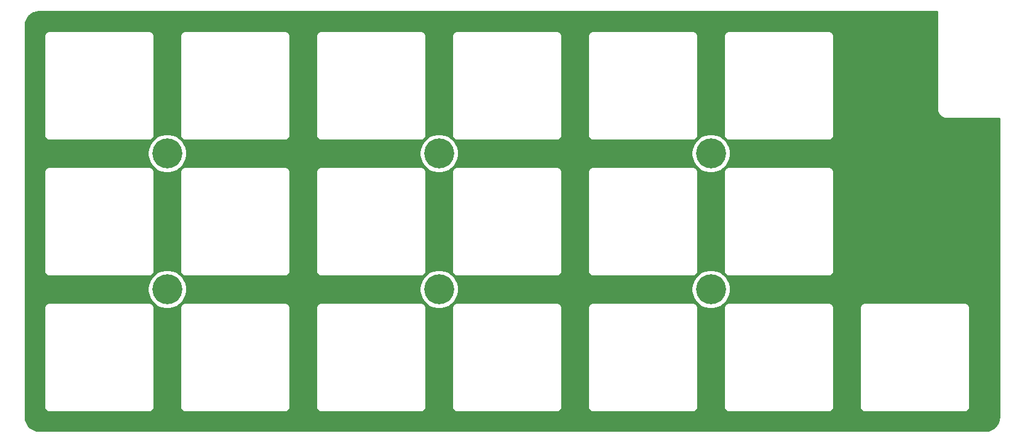
<source format=gbr>
G04 #@! TF.GenerationSoftware,KiCad,Pcbnew,(5.1.7)-1*
G04 #@! TF.CreationDate,2021-01-25T07:51:01+09:00*
G04 #@! TF.ProjectId,pisces_top_plate,70697363-6573-45f7-946f-705f706c6174,rev?*
G04 #@! TF.SameCoordinates,Original*
G04 #@! TF.FileFunction,Copper,L2,Bot*
G04 #@! TF.FilePolarity,Positive*
%FSLAX46Y46*%
G04 Gerber Fmt 4.6, Leading zero omitted, Abs format (unit mm)*
G04 Created by KiCad (PCBNEW (5.1.7)-1) date 2021-01-25 07:51:01*
%MOMM*%
%LPD*%
G01*
G04 APERTURE LIST*
G04 #@! TA.AperFunction,ComponentPad*
%ADD10C,4.200000*%
G04 #@! TD*
G04 #@! TA.AperFunction,NonConductor*
%ADD11C,0.254000*%
G04 #@! TD*
G04 #@! TA.AperFunction,NonConductor*
%ADD12C,0.100000*%
G04 #@! TD*
G04 APERTURE END LIST*
D10*
X135725000Y-78575000D03*
X97625000Y-78575000D03*
X135725000Y-59525000D03*
X97625000Y-59525000D03*
X59525000Y-78575000D03*
X59525000Y-59525000D03*
D11*
X167424013Y-39649666D02*
X167424500Y-39654301D01*
X167424501Y-53372419D01*
X167427258Y-53400410D01*
X167427231Y-53404255D01*
X167428131Y-53413426D01*
X167441086Y-53536677D01*
X167453115Y-53595274D01*
X167464322Y-53654028D01*
X167466986Y-53662850D01*
X167503633Y-53781238D01*
X167526808Y-53836368D01*
X167549222Y-53891847D01*
X167553549Y-53899983D01*
X167612492Y-54008998D01*
X167645937Y-54058582D01*
X167678697Y-54108645D01*
X167684522Y-54115786D01*
X167763518Y-54211276D01*
X167805967Y-54253430D01*
X167847815Y-54296165D01*
X167854916Y-54302039D01*
X167950955Y-54380367D01*
X168000781Y-54413472D01*
X168050138Y-54447267D01*
X168058244Y-54451650D01*
X168167667Y-54509832D01*
X168222959Y-54532621D01*
X168277955Y-54556193D01*
X168286758Y-54558918D01*
X168405399Y-54594737D01*
X168464083Y-54606357D01*
X168522594Y-54618794D01*
X168531750Y-54619756D01*
X168531755Y-54619757D01*
X168531759Y-54619757D01*
X168655097Y-54631850D01*
X168655098Y-54631850D01*
X168687081Y-54635000D01*
X176116725Y-54635000D01*
X176123513Y-54635666D01*
X176124001Y-54640310D01*
X176124000Y-96487721D01*
X176085091Y-96884545D01*
X175979220Y-97235206D01*
X175807257Y-97558623D01*
X175575748Y-97842482D01*
X175293514Y-98075965D01*
X174971304Y-98250184D01*
X174621385Y-98358502D01*
X174226557Y-98400000D01*
X41561279Y-98400000D01*
X41164455Y-98361091D01*
X40813794Y-98255220D01*
X40490377Y-98083257D01*
X40206518Y-97851748D01*
X39973035Y-97569514D01*
X39798816Y-97247304D01*
X39690498Y-96897385D01*
X39649000Y-96502557D01*
X39649000Y-81123700D01*
X42301136Y-81123700D01*
X42304451Y-81157357D01*
X42304450Y-95089513D01*
X42301136Y-95123160D01*
X42314362Y-95257443D01*
X42353531Y-95386566D01*
X42417138Y-95505567D01*
X42502739Y-95609871D01*
X42607043Y-95695472D01*
X42726044Y-95759079D01*
X42855167Y-95798248D01*
X42989450Y-95811474D01*
X43023097Y-95808160D01*
X56955353Y-95808160D01*
X56989000Y-95811474D01*
X57123283Y-95798248D01*
X57252406Y-95759079D01*
X57371407Y-95695472D01*
X57475711Y-95609871D01*
X57561312Y-95505567D01*
X57624919Y-95386566D01*
X57664088Y-95257443D01*
X57674000Y-95156807D01*
X57674000Y-95156806D01*
X57677314Y-95123160D01*
X57674000Y-95089513D01*
X57674000Y-81157347D01*
X57677314Y-81123700D01*
X57664088Y-80989417D01*
X57624919Y-80860294D01*
X57561312Y-80741293D01*
X57475711Y-80636989D01*
X57371407Y-80551388D01*
X57252406Y-80487781D01*
X57123283Y-80448612D01*
X57022647Y-80438700D01*
X56989000Y-80435386D01*
X56955353Y-80438700D01*
X43023097Y-80438700D01*
X42989450Y-80435386D01*
X42955803Y-80438700D01*
X42855167Y-80448612D01*
X42726044Y-80487781D01*
X42607043Y-80551388D01*
X42502739Y-80636989D01*
X42417138Y-80741293D01*
X42353531Y-80860294D01*
X42314362Y-80989417D01*
X42301136Y-81123700D01*
X39649000Y-81123700D01*
X39649000Y-78305626D01*
X56790000Y-78305626D01*
X56790000Y-78844374D01*
X56895105Y-79372770D01*
X57101275Y-79870508D01*
X57400587Y-80318461D01*
X57781539Y-80699413D01*
X58229492Y-80998725D01*
X58727230Y-81204895D01*
X59255626Y-81310000D01*
X59794374Y-81310000D01*
X60322770Y-81204895D01*
X60518791Y-81123700D01*
X61351186Y-81123700D01*
X61354501Y-81157357D01*
X61354500Y-95089513D01*
X61351186Y-95123160D01*
X61364412Y-95257443D01*
X61403581Y-95386566D01*
X61467188Y-95505567D01*
X61552789Y-95609871D01*
X61657093Y-95695472D01*
X61776094Y-95759079D01*
X61905217Y-95798248D01*
X62039500Y-95811474D01*
X62073147Y-95808160D01*
X76005153Y-95808160D01*
X76038800Y-95811474D01*
X76173083Y-95798248D01*
X76302206Y-95759079D01*
X76421207Y-95695472D01*
X76525511Y-95609871D01*
X76611112Y-95505567D01*
X76674719Y-95386566D01*
X76713888Y-95257443D01*
X76723800Y-95156807D01*
X76723800Y-95156806D01*
X76727114Y-95123160D01*
X76723800Y-95089513D01*
X76723800Y-81157347D01*
X76727114Y-81123700D01*
X80401186Y-81123700D01*
X80404501Y-81157357D01*
X80404500Y-95089513D01*
X80401186Y-95123160D01*
X80414412Y-95257443D01*
X80453581Y-95386566D01*
X80517188Y-95505567D01*
X80602789Y-95609871D01*
X80707093Y-95695472D01*
X80826094Y-95759079D01*
X80955217Y-95798248D01*
X81089500Y-95811474D01*
X81123147Y-95808160D01*
X95055153Y-95808160D01*
X95088800Y-95811474D01*
X95223083Y-95798248D01*
X95352206Y-95759079D01*
X95471207Y-95695472D01*
X95575511Y-95609871D01*
X95661112Y-95505567D01*
X95724719Y-95386566D01*
X95763888Y-95257443D01*
X95773800Y-95156807D01*
X95773800Y-95156806D01*
X95777114Y-95123160D01*
X95773800Y-95089513D01*
X95773800Y-81157347D01*
X95777114Y-81123700D01*
X95763888Y-80989417D01*
X95724719Y-80860294D01*
X95661112Y-80741293D01*
X95575511Y-80636989D01*
X95471207Y-80551388D01*
X95352206Y-80487781D01*
X95223083Y-80448612D01*
X95122447Y-80438700D01*
X95088800Y-80435386D01*
X95055153Y-80438700D01*
X81123147Y-80438700D01*
X81089500Y-80435386D01*
X81055853Y-80438700D01*
X80955217Y-80448612D01*
X80826094Y-80487781D01*
X80707093Y-80551388D01*
X80602789Y-80636989D01*
X80517188Y-80741293D01*
X80453581Y-80860294D01*
X80414412Y-80989417D01*
X80401186Y-81123700D01*
X76727114Y-81123700D01*
X76713888Y-80989417D01*
X76674719Y-80860294D01*
X76611112Y-80741293D01*
X76525511Y-80636989D01*
X76421207Y-80551388D01*
X76302206Y-80487781D01*
X76173083Y-80448612D01*
X76072447Y-80438700D01*
X76038800Y-80435386D01*
X76005153Y-80438700D01*
X62073147Y-80438700D01*
X62039500Y-80435386D01*
X62005853Y-80438700D01*
X61905217Y-80448612D01*
X61776094Y-80487781D01*
X61657093Y-80551388D01*
X61552789Y-80636989D01*
X61467188Y-80741293D01*
X61403581Y-80860294D01*
X61364412Y-80989417D01*
X61351186Y-81123700D01*
X60518791Y-81123700D01*
X60820508Y-80998725D01*
X61268461Y-80699413D01*
X61649413Y-80318461D01*
X61948725Y-79870508D01*
X62154895Y-79372770D01*
X62260000Y-78844374D01*
X62260000Y-78305626D01*
X94890000Y-78305626D01*
X94890000Y-78844374D01*
X94995105Y-79372770D01*
X95201275Y-79870508D01*
X95500587Y-80318461D01*
X95881539Y-80699413D01*
X96329492Y-80998725D01*
X96827230Y-81204895D01*
X97355626Y-81310000D01*
X97894374Y-81310000D01*
X98422770Y-81204895D01*
X98618791Y-81123700D01*
X99451186Y-81123700D01*
X99454501Y-81157357D01*
X99454500Y-95089513D01*
X99451186Y-95123160D01*
X99464412Y-95257443D01*
X99503581Y-95386566D01*
X99567188Y-95505567D01*
X99652789Y-95609871D01*
X99757093Y-95695472D01*
X99876094Y-95759079D01*
X100005217Y-95798248D01*
X100139500Y-95811474D01*
X100173147Y-95808160D01*
X114105153Y-95808160D01*
X114138800Y-95811474D01*
X114273083Y-95798248D01*
X114402206Y-95759079D01*
X114521207Y-95695472D01*
X114625511Y-95609871D01*
X114711112Y-95505567D01*
X114774719Y-95386566D01*
X114813888Y-95257443D01*
X114823800Y-95156807D01*
X114823800Y-95156806D01*
X114827114Y-95123160D01*
X114823800Y-95089513D01*
X114823800Y-81157347D01*
X114827114Y-81123700D01*
X118501186Y-81123700D01*
X118504501Y-81157357D01*
X118504500Y-95089513D01*
X118501186Y-95123160D01*
X118514412Y-95257443D01*
X118553581Y-95386566D01*
X118617188Y-95505567D01*
X118702789Y-95609871D01*
X118807093Y-95695472D01*
X118926094Y-95759079D01*
X119055217Y-95798248D01*
X119189500Y-95811474D01*
X119223147Y-95808160D01*
X133155153Y-95808160D01*
X133188800Y-95811474D01*
X133323083Y-95798248D01*
X133452206Y-95759079D01*
X133571207Y-95695472D01*
X133675511Y-95609871D01*
X133761112Y-95505567D01*
X133824719Y-95386566D01*
X133863888Y-95257443D01*
X133873800Y-95156807D01*
X133873800Y-95156806D01*
X133877114Y-95123160D01*
X133873800Y-95089513D01*
X133873800Y-81157347D01*
X133877114Y-81123700D01*
X133863888Y-80989417D01*
X133824719Y-80860294D01*
X133761112Y-80741293D01*
X133675511Y-80636989D01*
X133571207Y-80551388D01*
X133452206Y-80487781D01*
X133323083Y-80448612D01*
X133222447Y-80438700D01*
X133188800Y-80435386D01*
X133155153Y-80438700D01*
X119223147Y-80438700D01*
X119189500Y-80435386D01*
X119155853Y-80438700D01*
X119055217Y-80448612D01*
X118926094Y-80487781D01*
X118807093Y-80551388D01*
X118702789Y-80636989D01*
X118617188Y-80741293D01*
X118553581Y-80860294D01*
X118514412Y-80989417D01*
X118501186Y-81123700D01*
X114827114Y-81123700D01*
X114813888Y-80989417D01*
X114774719Y-80860294D01*
X114711112Y-80741293D01*
X114625511Y-80636989D01*
X114521207Y-80551388D01*
X114402206Y-80487781D01*
X114273083Y-80448612D01*
X114172447Y-80438700D01*
X114138800Y-80435386D01*
X114105153Y-80438700D01*
X100173147Y-80438700D01*
X100139500Y-80435386D01*
X100105853Y-80438700D01*
X100005217Y-80448612D01*
X99876094Y-80487781D01*
X99757093Y-80551388D01*
X99652789Y-80636989D01*
X99567188Y-80741293D01*
X99503581Y-80860294D01*
X99464412Y-80989417D01*
X99451186Y-81123700D01*
X98618791Y-81123700D01*
X98920508Y-80998725D01*
X99368461Y-80699413D01*
X99749413Y-80318461D01*
X100048725Y-79870508D01*
X100254895Y-79372770D01*
X100360000Y-78844374D01*
X100360000Y-78305626D01*
X132990000Y-78305626D01*
X132990000Y-78844374D01*
X133095105Y-79372770D01*
X133301275Y-79870508D01*
X133600587Y-80318461D01*
X133981539Y-80699413D01*
X134429492Y-80998725D01*
X134927230Y-81204895D01*
X135455626Y-81310000D01*
X135994374Y-81310000D01*
X136522770Y-81204895D01*
X136718791Y-81123700D01*
X137549786Y-81123700D01*
X137553101Y-81157357D01*
X137553100Y-95089513D01*
X137549786Y-95123160D01*
X137563012Y-95257443D01*
X137602181Y-95386566D01*
X137665788Y-95505567D01*
X137751389Y-95609871D01*
X137855693Y-95695472D01*
X137974694Y-95759079D01*
X138103817Y-95798248D01*
X138238100Y-95811474D01*
X138271747Y-95808160D01*
X152205153Y-95808160D01*
X152238800Y-95811474D01*
X152373083Y-95798248D01*
X152502206Y-95759079D01*
X152621207Y-95695472D01*
X152725511Y-95609871D01*
X152811112Y-95505567D01*
X152874719Y-95386566D01*
X152913888Y-95257443D01*
X152923800Y-95156807D01*
X152923800Y-95156806D01*
X152927114Y-95123160D01*
X152923800Y-95089513D01*
X152923800Y-81157347D01*
X152927114Y-81123700D01*
X156599486Y-81123700D01*
X156602801Y-81157357D01*
X156602800Y-95089513D01*
X156599486Y-95123160D01*
X156612712Y-95257443D01*
X156651881Y-95386566D01*
X156715488Y-95505567D01*
X156801089Y-95609871D01*
X156905393Y-95695472D01*
X157024394Y-95759079D01*
X157153517Y-95798248D01*
X157287800Y-95811474D01*
X157321447Y-95808160D01*
X171255153Y-95808160D01*
X171288800Y-95811474D01*
X171423083Y-95798248D01*
X171552206Y-95759079D01*
X171671207Y-95695472D01*
X171775511Y-95609871D01*
X171861112Y-95505567D01*
X171924719Y-95386566D01*
X171963888Y-95257443D01*
X171973800Y-95156807D01*
X171973800Y-95156806D01*
X171977114Y-95123160D01*
X171973800Y-95089513D01*
X171973800Y-81157347D01*
X171977114Y-81123700D01*
X171963888Y-80989417D01*
X171924719Y-80860294D01*
X171861112Y-80741293D01*
X171775511Y-80636989D01*
X171671207Y-80551388D01*
X171552206Y-80487781D01*
X171423083Y-80448612D01*
X171322447Y-80438700D01*
X171288800Y-80435386D01*
X171255153Y-80438700D01*
X157321447Y-80438700D01*
X157287800Y-80435386D01*
X157254153Y-80438700D01*
X157153517Y-80448612D01*
X157024394Y-80487781D01*
X156905393Y-80551388D01*
X156801089Y-80636989D01*
X156715488Y-80741293D01*
X156651881Y-80860294D01*
X156612712Y-80989417D01*
X156599486Y-81123700D01*
X152927114Y-81123700D01*
X152913888Y-80989417D01*
X152874719Y-80860294D01*
X152811112Y-80741293D01*
X152725511Y-80636989D01*
X152621207Y-80551388D01*
X152502206Y-80487781D01*
X152373083Y-80448612D01*
X152272447Y-80438700D01*
X152238800Y-80435386D01*
X152205153Y-80438700D01*
X138271747Y-80438700D01*
X138238100Y-80435386D01*
X138204453Y-80438700D01*
X138103817Y-80448612D01*
X137974694Y-80487781D01*
X137855693Y-80551388D01*
X137751389Y-80636989D01*
X137665788Y-80741293D01*
X137602181Y-80860294D01*
X137563012Y-80989417D01*
X137549786Y-81123700D01*
X136718791Y-81123700D01*
X137020508Y-80998725D01*
X137468461Y-80699413D01*
X137849413Y-80318461D01*
X138148725Y-79870508D01*
X138354895Y-79372770D01*
X138460000Y-78844374D01*
X138460000Y-78305626D01*
X138354895Y-77777230D01*
X138148725Y-77279492D01*
X137849413Y-76831539D01*
X137468461Y-76450587D01*
X137020508Y-76151275D01*
X136522770Y-75945105D01*
X135994374Y-75840000D01*
X135455626Y-75840000D01*
X134927230Y-75945105D01*
X134429492Y-76151275D01*
X133981539Y-76450587D01*
X133600587Y-76831539D01*
X133301275Y-77279492D01*
X133095105Y-77777230D01*
X132990000Y-78305626D01*
X100360000Y-78305626D01*
X100254895Y-77777230D01*
X100048725Y-77279492D01*
X99749413Y-76831539D01*
X99368461Y-76450587D01*
X98920508Y-76151275D01*
X98422770Y-75945105D01*
X97894374Y-75840000D01*
X97355626Y-75840000D01*
X96827230Y-75945105D01*
X96329492Y-76151275D01*
X95881539Y-76450587D01*
X95500587Y-76831539D01*
X95201275Y-77279492D01*
X94995105Y-77777230D01*
X94890000Y-78305626D01*
X62260000Y-78305626D01*
X62154895Y-77777230D01*
X61948725Y-77279492D01*
X61649413Y-76831539D01*
X61268461Y-76450587D01*
X60820508Y-76151275D01*
X60322770Y-75945105D01*
X59794374Y-75840000D01*
X59255626Y-75840000D01*
X58727230Y-75945105D01*
X58229492Y-76151275D01*
X57781539Y-76450587D01*
X57400587Y-76831539D01*
X57101275Y-77279492D01*
X56895105Y-77777230D01*
X56790000Y-78305626D01*
X39649000Y-78305626D01*
X39649000Y-62073800D01*
X42301136Y-62073800D01*
X42304451Y-62107457D01*
X42304450Y-76039553D01*
X42301136Y-76073200D01*
X42314362Y-76207483D01*
X42353531Y-76336606D01*
X42417138Y-76455607D01*
X42502739Y-76559911D01*
X42607043Y-76645512D01*
X42726044Y-76709119D01*
X42855167Y-76748288D01*
X42989450Y-76761514D01*
X43023097Y-76758200D01*
X56955353Y-76758200D01*
X56989000Y-76761514D01*
X57123283Y-76748288D01*
X57252406Y-76709119D01*
X57371407Y-76645512D01*
X57475711Y-76559911D01*
X57561312Y-76455607D01*
X57624919Y-76336606D01*
X57664088Y-76207483D01*
X57674000Y-76106847D01*
X57674000Y-76106846D01*
X57677314Y-76073200D01*
X57674000Y-76039553D01*
X57674000Y-62107447D01*
X57677314Y-62073800D01*
X57664088Y-61939517D01*
X57624919Y-61810394D01*
X57561312Y-61691393D01*
X57475711Y-61587089D01*
X57371407Y-61501488D01*
X57252406Y-61437881D01*
X57123283Y-61398712D01*
X57022647Y-61388800D01*
X56989000Y-61385486D01*
X56955353Y-61388800D01*
X43023097Y-61388800D01*
X42989450Y-61385486D01*
X42955803Y-61388800D01*
X42855167Y-61398712D01*
X42726044Y-61437881D01*
X42607043Y-61501488D01*
X42502739Y-61587089D01*
X42417138Y-61691393D01*
X42353531Y-61810394D01*
X42314362Y-61939517D01*
X42301136Y-62073800D01*
X39649000Y-62073800D01*
X39649000Y-59255626D01*
X56790000Y-59255626D01*
X56790000Y-59794374D01*
X56895105Y-60322770D01*
X57101275Y-60820508D01*
X57400587Y-61268461D01*
X57781539Y-61649413D01*
X58229492Y-61948725D01*
X58727230Y-62154895D01*
X59255626Y-62260000D01*
X59794374Y-62260000D01*
X60322770Y-62154895D01*
X60518550Y-62073800D01*
X61351186Y-62073800D01*
X61354501Y-62107457D01*
X61354500Y-76039553D01*
X61351186Y-76073200D01*
X61364412Y-76207483D01*
X61403581Y-76336606D01*
X61467188Y-76455607D01*
X61552789Y-76559911D01*
X61657093Y-76645512D01*
X61776094Y-76709119D01*
X61905217Y-76748288D01*
X62039500Y-76761514D01*
X62073147Y-76758200D01*
X76005153Y-76758200D01*
X76038800Y-76761514D01*
X76173083Y-76748288D01*
X76302206Y-76709119D01*
X76421207Y-76645512D01*
X76525511Y-76559911D01*
X76611112Y-76455607D01*
X76674719Y-76336606D01*
X76713888Y-76207483D01*
X76723800Y-76106847D01*
X76723800Y-76106846D01*
X76727114Y-76073200D01*
X76723800Y-76039553D01*
X76723800Y-62107447D01*
X76727114Y-62073800D01*
X80401186Y-62073800D01*
X80404501Y-62107457D01*
X80404500Y-76039553D01*
X80401186Y-76073200D01*
X80414412Y-76207483D01*
X80453581Y-76336606D01*
X80517188Y-76455607D01*
X80602789Y-76559911D01*
X80707093Y-76645512D01*
X80826094Y-76709119D01*
X80955217Y-76748288D01*
X81089500Y-76761514D01*
X81123147Y-76758200D01*
X95055153Y-76758200D01*
X95088800Y-76761514D01*
X95223083Y-76748288D01*
X95352206Y-76709119D01*
X95471207Y-76645512D01*
X95575511Y-76559911D01*
X95661112Y-76455607D01*
X95724719Y-76336606D01*
X95763888Y-76207483D01*
X95773800Y-76106847D01*
X95773800Y-76106846D01*
X95777114Y-76073200D01*
X95773800Y-76039553D01*
X95773800Y-62107447D01*
X95777114Y-62073800D01*
X95763888Y-61939517D01*
X95724719Y-61810394D01*
X95661112Y-61691393D01*
X95575511Y-61587089D01*
X95471207Y-61501488D01*
X95352206Y-61437881D01*
X95223083Y-61398712D01*
X95122447Y-61388800D01*
X95088800Y-61385486D01*
X95055153Y-61388800D01*
X81123147Y-61388800D01*
X81089500Y-61385486D01*
X81055853Y-61388800D01*
X80955217Y-61398712D01*
X80826094Y-61437881D01*
X80707093Y-61501488D01*
X80602789Y-61587089D01*
X80517188Y-61691393D01*
X80453581Y-61810394D01*
X80414412Y-61939517D01*
X80401186Y-62073800D01*
X76727114Y-62073800D01*
X76713888Y-61939517D01*
X76674719Y-61810394D01*
X76611112Y-61691393D01*
X76525511Y-61587089D01*
X76421207Y-61501488D01*
X76302206Y-61437881D01*
X76173083Y-61398712D01*
X76072447Y-61388800D01*
X76038800Y-61385486D01*
X76005153Y-61388800D01*
X62073147Y-61388800D01*
X62039500Y-61385486D01*
X62005853Y-61388800D01*
X61905217Y-61398712D01*
X61776094Y-61437881D01*
X61657093Y-61501488D01*
X61552789Y-61587089D01*
X61467188Y-61691393D01*
X61403581Y-61810394D01*
X61364412Y-61939517D01*
X61351186Y-62073800D01*
X60518550Y-62073800D01*
X60820508Y-61948725D01*
X61268461Y-61649413D01*
X61649413Y-61268461D01*
X61948725Y-60820508D01*
X62154895Y-60322770D01*
X62260000Y-59794374D01*
X62260000Y-59255626D01*
X94890000Y-59255626D01*
X94890000Y-59794374D01*
X94995105Y-60322770D01*
X95201275Y-60820508D01*
X95500587Y-61268461D01*
X95881539Y-61649413D01*
X96329492Y-61948725D01*
X96827230Y-62154895D01*
X97355626Y-62260000D01*
X97894374Y-62260000D01*
X98422770Y-62154895D01*
X98618550Y-62073800D01*
X99451186Y-62073800D01*
X99454501Y-62107457D01*
X99454500Y-76039553D01*
X99451186Y-76073200D01*
X99464412Y-76207483D01*
X99503581Y-76336606D01*
X99567188Y-76455607D01*
X99652789Y-76559911D01*
X99757093Y-76645512D01*
X99876094Y-76709119D01*
X100005217Y-76748288D01*
X100139500Y-76761514D01*
X100173147Y-76758200D01*
X114105153Y-76758200D01*
X114138800Y-76761514D01*
X114273083Y-76748288D01*
X114402206Y-76709119D01*
X114521207Y-76645512D01*
X114625511Y-76559911D01*
X114711112Y-76455607D01*
X114774719Y-76336606D01*
X114813888Y-76207483D01*
X114823800Y-76106847D01*
X114823800Y-76106846D01*
X114827114Y-76073200D01*
X114823800Y-76039553D01*
X114823800Y-62107447D01*
X114827114Y-62073800D01*
X118501186Y-62073800D01*
X118504501Y-62107457D01*
X118504500Y-76039553D01*
X118501186Y-76073200D01*
X118514412Y-76207483D01*
X118553581Y-76336606D01*
X118617188Y-76455607D01*
X118702789Y-76559911D01*
X118807093Y-76645512D01*
X118926094Y-76709119D01*
X119055217Y-76748288D01*
X119189500Y-76761514D01*
X119223147Y-76758200D01*
X133155153Y-76758200D01*
X133188800Y-76761514D01*
X133323083Y-76748288D01*
X133452206Y-76709119D01*
X133571207Y-76645512D01*
X133675511Y-76559911D01*
X133761112Y-76455607D01*
X133824719Y-76336606D01*
X133863888Y-76207483D01*
X133873800Y-76106847D01*
X133873800Y-76106846D01*
X133877114Y-76073200D01*
X133873800Y-76039553D01*
X133873800Y-62107447D01*
X133877114Y-62073800D01*
X133863888Y-61939517D01*
X133824719Y-61810394D01*
X133761112Y-61691393D01*
X133675511Y-61587089D01*
X133571207Y-61501488D01*
X133452206Y-61437881D01*
X133323083Y-61398712D01*
X133222447Y-61388800D01*
X133188800Y-61385486D01*
X133155153Y-61388800D01*
X119223147Y-61388800D01*
X119189500Y-61385486D01*
X119155853Y-61388800D01*
X119055217Y-61398712D01*
X118926094Y-61437881D01*
X118807093Y-61501488D01*
X118702789Y-61587089D01*
X118617188Y-61691393D01*
X118553581Y-61810394D01*
X118514412Y-61939517D01*
X118501186Y-62073800D01*
X114827114Y-62073800D01*
X114813888Y-61939517D01*
X114774719Y-61810394D01*
X114711112Y-61691393D01*
X114625511Y-61587089D01*
X114521207Y-61501488D01*
X114402206Y-61437881D01*
X114273083Y-61398712D01*
X114172447Y-61388800D01*
X114138800Y-61385486D01*
X114105153Y-61388800D01*
X100173147Y-61388800D01*
X100139500Y-61385486D01*
X100105853Y-61388800D01*
X100005217Y-61398712D01*
X99876094Y-61437881D01*
X99757093Y-61501488D01*
X99652789Y-61587089D01*
X99567188Y-61691393D01*
X99503581Y-61810394D01*
X99464412Y-61939517D01*
X99451186Y-62073800D01*
X98618550Y-62073800D01*
X98920508Y-61948725D01*
X99368461Y-61649413D01*
X99749413Y-61268461D01*
X100048725Y-60820508D01*
X100254895Y-60322770D01*
X100360000Y-59794374D01*
X100360000Y-59255626D01*
X132990000Y-59255626D01*
X132990000Y-59794374D01*
X133095105Y-60322770D01*
X133301275Y-60820508D01*
X133600587Y-61268461D01*
X133981539Y-61649413D01*
X134429492Y-61948725D01*
X134927230Y-62154895D01*
X135455626Y-62260000D01*
X135994374Y-62260000D01*
X136522770Y-62154895D01*
X136718550Y-62073800D01*
X137549786Y-62073800D01*
X137553101Y-62107457D01*
X137553100Y-76039553D01*
X137549786Y-76073200D01*
X137563012Y-76207483D01*
X137602181Y-76336606D01*
X137665788Y-76455607D01*
X137751389Y-76559911D01*
X137855693Y-76645512D01*
X137974694Y-76709119D01*
X138103817Y-76748288D01*
X138238100Y-76761514D01*
X138271747Y-76758200D01*
X152205153Y-76758200D01*
X152238800Y-76761514D01*
X152373083Y-76748288D01*
X152502206Y-76709119D01*
X152621207Y-76645512D01*
X152725511Y-76559911D01*
X152811112Y-76455607D01*
X152874719Y-76336606D01*
X152913888Y-76207483D01*
X152923800Y-76106847D01*
X152923800Y-76106846D01*
X152927114Y-76073200D01*
X152923800Y-76039553D01*
X152923800Y-62107447D01*
X152927114Y-62073800D01*
X152913888Y-61939517D01*
X152874719Y-61810394D01*
X152811112Y-61691393D01*
X152725511Y-61587089D01*
X152621207Y-61501488D01*
X152502206Y-61437881D01*
X152373083Y-61398712D01*
X152272447Y-61388800D01*
X152238800Y-61385486D01*
X152205153Y-61388800D01*
X138271747Y-61388800D01*
X138238100Y-61385486D01*
X138204453Y-61388800D01*
X138103817Y-61398712D01*
X137974694Y-61437881D01*
X137855693Y-61501488D01*
X137751389Y-61587089D01*
X137665788Y-61691393D01*
X137602181Y-61810394D01*
X137563012Y-61939517D01*
X137549786Y-62073800D01*
X136718550Y-62073800D01*
X137020508Y-61948725D01*
X137468461Y-61649413D01*
X137849413Y-61268461D01*
X138148725Y-60820508D01*
X138354895Y-60322770D01*
X138460000Y-59794374D01*
X138460000Y-59255626D01*
X138354895Y-58727230D01*
X138148725Y-58229492D01*
X137849413Y-57781539D01*
X137468461Y-57400587D01*
X137020508Y-57101275D01*
X136522770Y-56895105D01*
X135994374Y-56790000D01*
X135455626Y-56790000D01*
X134927230Y-56895105D01*
X134429492Y-57101275D01*
X133981539Y-57400587D01*
X133600587Y-57781539D01*
X133301275Y-58229492D01*
X133095105Y-58727230D01*
X132990000Y-59255626D01*
X100360000Y-59255626D01*
X100254895Y-58727230D01*
X100048725Y-58229492D01*
X99749413Y-57781539D01*
X99368461Y-57400587D01*
X98920508Y-57101275D01*
X98422770Y-56895105D01*
X97894374Y-56790000D01*
X97355626Y-56790000D01*
X96827230Y-56895105D01*
X96329492Y-57101275D01*
X95881539Y-57400587D01*
X95500587Y-57781539D01*
X95201275Y-58229492D01*
X94995105Y-58727230D01*
X94890000Y-59255626D01*
X62260000Y-59255626D01*
X62154895Y-58727230D01*
X61948725Y-58229492D01*
X61649413Y-57781539D01*
X61268461Y-57400587D01*
X60820508Y-57101275D01*
X60322770Y-56895105D01*
X59794374Y-56790000D01*
X59255626Y-56790000D01*
X58727230Y-56895105D01*
X58229492Y-57101275D01*
X57781539Y-57400587D01*
X57400587Y-57781539D01*
X57101275Y-58229492D01*
X56895105Y-58727230D01*
X56790000Y-59255626D01*
X39649000Y-59255626D01*
X39649000Y-43023700D01*
X42301136Y-43023700D01*
X42304451Y-43057357D01*
X42304450Y-56989353D01*
X42301136Y-57023000D01*
X42314362Y-57157283D01*
X42353531Y-57286406D01*
X42417138Y-57405407D01*
X42502739Y-57509711D01*
X42607043Y-57595312D01*
X42726044Y-57658919D01*
X42855167Y-57698088D01*
X42989450Y-57711314D01*
X43023097Y-57708000D01*
X56955353Y-57708000D01*
X56989000Y-57711314D01*
X57123283Y-57698088D01*
X57252406Y-57658919D01*
X57371407Y-57595312D01*
X57475711Y-57509711D01*
X57561312Y-57405407D01*
X57624919Y-57286406D01*
X57664088Y-57157283D01*
X57674000Y-57056647D01*
X57674000Y-57056646D01*
X57677314Y-57023000D01*
X57674000Y-56989353D01*
X57674000Y-43057347D01*
X57677314Y-43023700D01*
X61351186Y-43023700D01*
X61354501Y-43057357D01*
X61354500Y-56989353D01*
X61351186Y-57023000D01*
X61364412Y-57157283D01*
X61403581Y-57286406D01*
X61467188Y-57405407D01*
X61552789Y-57509711D01*
X61657093Y-57595312D01*
X61776094Y-57658919D01*
X61905217Y-57698088D01*
X62039500Y-57711314D01*
X62073147Y-57708000D01*
X76005153Y-57708000D01*
X76038800Y-57711314D01*
X76173083Y-57698088D01*
X76302206Y-57658919D01*
X76421207Y-57595312D01*
X76525511Y-57509711D01*
X76611112Y-57405407D01*
X76674719Y-57286406D01*
X76713888Y-57157283D01*
X76723800Y-57056647D01*
X76723800Y-57056646D01*
X76727114Y-57023000D01*
X76723800Y-56989353D01*
X76723800Y-43057347D01*
X76727114Y-43023700D01*
X80401186Y-43023700D01*
X80404501Y-43057357D01*
X80404500Y-56989353D01*
X80401186Y-57023000D01*
X80414412Y-57157283D01*
X80453581Y-57286406D01*
X80517188Y-57405407D01*
X80602789Y-57509711D01*
X80707093Y-57595312D01*
X80826094Y-57658919D01*
X80955217Y-57698088D01*
X81089500Y-57711314D01*
X81123147Y-57708000D01*
X95055153Y-57708000D01*
X95088800Y-57711314D01*
X95223083Y-57698088D01*
X95352206Y-57658919D01*
X95471207Y-57595312D01*
X95575511Y-57509711D01*
X95661112Y-57405407D01*
X95724719Y-57286406D01*
X95763888Y-57157283D01*
X95773800Y-57056647D01*
X95773800Y-57056646D01*
X95777114Y-57023000D01*
X95773800Y-56989353D01*
X95773800Y-43057347D01*
X95777114Y-43023700D01*
X99451186Y-43023700D01*
X99454501Y-43057357D01*
X99454500Y-56989353D01*
X99451186Y-57023000D01*
X99464412Y-57157283D01*
X99503581Y-57286406D01*
X99567188Y-57405407D01*
X99652789Y-57509711D01*
X99757093Y-57595312D01*
X99876094Y-57658919D01*
X100005217Y-57698088D01*
X100139500Y-57711314D01*
X100173147Y-57708000D01*
X114105153Y-57708000D01*
X114138800Y-57711314D01*
X114273083Y-57698088D01*
X114402206Y-57658919D01*
X114521207Y-57595312D01*
X114625511Y-57509711D01*
X114711112Y-57405407D01*
X114774719Y-57286406D01*
X114813888Y-57157283D01*
X114823800Y-57056647D01*
X114823800Y-57056646D01*
X114827114Y-57023000D01*
X114823800Y-56989353D01*
X114823800Y-43057347D01*
X114827114Y-43023700D01*
X118501186Y-43023700D01*
X118504501Y-43057357D01*
X118504500Y-56989353D01*
X118501186Y-57023000D01*
X118514412Y-57157283D01*
X118553581Y-57286406D01*
X118617188Y-57405407D01*
X118702789Y-57509711D01*
X118807093Y-57595312D01*
X118926094Y-57658919D01*
X119055217Y-57698088D01*
X119189500Y-57711314D01*
X119223147Y-57708000D01*
X133155153Y-57708000D01*
X133188800Y-57711314D01*
X133323083Y-57698088D01*
X133452206Y-57658919D01*
X133571207Y-57595312D01*
X133675511Y-57509711D01*
X133761112Y-57405407D01*
X133824719Y-57286406D01*
X133863888Y-57157283D01*
X133873800Y-57056647D01*
X133873800Y-57056646D01*
X133877114Y-57023000D01*
X133873800Y-56989353D01*
X133873800Y-43057347D01*
X133877114Y-43023700D01*
X137549786Y-43023700D01*
X137553101Y-43057357D01*
X137553100Y-56989353D01*
X137549786Y-57023000D01*
X137563012Y-57157283D01*
X137602181Y-57286406D01*
X137665788Y-57405407D01*
X137751389Y-57509711D01*
X137855693Y-57595312D01*
X137974694Y-57658919D01*
X138103817Y-57698088D01*
X138238100Y-57711314D01*
X138271747Y-57708000D01*
X152205153Y-57708000D01*
X152238800Y-57711314D01*
X152373083Y-57698088D01*
X152502206Y-57658919D01*
X152621207Y-57595312D01*
X152725511Y-57509711D01*
X152811112Y-57405407D01*
X152874719Y-57286406D01*
X152913888Y-57157283D01*
X152923800Y-57056647D01*
X152923800Y-57056646D01*
X152927114Y-57023000D01*
X152923800Y-56989353D01*
X152923800Y-43057347D01*
X152927114Y-43023700D01*
X152913888Y-42889417D01*
X152874719Y-42760294D01*
X152811112Y-42641293D01*
X152725511Y-42536989D01*
X152621207Y-42451388D01*
X152502206Y-42387781D01*
X152373083Y-42348612D01*
X152272447Y-42338700D01*
X152238800Y-42335386D01*
X152205153Y-42338700D01*
X138271747Y-42338700D01*
X138238100Y-42335386D01*
X138204453Y-42338700D01*
X138103817Y-42348612D01*
X137974694Y-42387781D01*
X137855693Y-42451388D01*
X137751389Y-42536989D01*
X137665788Y-42641293D01*
X137602181Y-42760294D01*
X137563012Y-42889417D01*
X137549786Y-43023700D01*
X133877114Y-43023700D01*
X133863888Y-42889417D01*
X133824719Y-42760294D01*
X133761112Y-42641293D01*
X133675511Y-42536989D01*
X133571207Y-42451388D01*
X133452206Y-42387781D01*
X133323083Y-42348612D01*
X133222447Y-42338700D01*
X133188800Y-42335386D01*
X133155153Y-42338700D01*
X119223147Y-42338700D01*
X119189500Y-42335386D01*
X119155853Y-42338700D01*
X119055217Y-42348612D01*
X118926094Y-42387781D01*
X118807093Y-42451388D01*
X118702789Y-42536989D01*
X118617188Y-42641293D01*
X118553581Y-42760294D01*
X118514412Y-42889417D01*
X118501186Y-43023700D01*
X114827114Y-43023700D01*
X114813888Y-42889417D01*
X114774719Y-42760294D01*
X114711112Y-42641293D01*
X114625511Y-42536989D01*
X114521207Y-42451388D01*
X114402206Y-42387781D01*
X114273083Y-42348612D01*
X114172447Y-42338700D01*
X114138800Y-42335386D01*
X114105153Y-42338700D01*
X100173147Y-42338700D01*
X100139500Y-42335386D01*
X100105853Y-42338700D01*
X100005217Y-42348612D01*
X99876094Y-42387781D01*
X99757093Y-42451388D01*
X99652789Y-42536989D01*
X99567188Y-42641293D01*
X99503581Y-42760294D01*
X99464412Y-42889417D01*
X99451186Y-43023700D01*
X95777114Y-43023700D01*
X95763888Y-42889417D01*
X95724719Y-42760294D01*
X95661112Y-42641293D01*
X95575511Y-42536989D01*
X95471207Y-42451388D01*
X95352206Y-42387781D01*
X95223083Y-42348612D01*
X95122447Y-42338700D01*
X95088800Y-42335386D01*
X95055153Y-42338700D01*
X81123147Y-42338700D01*
X81089500Y-42335386D01*
X81055853Y-42338700D01*
X80955217Y-42348612D01*
X80826094Y-42387781D01*
X80707093Y-42451388D01*
X80602789Y-42536989D01*
X80517188Y-42641293D01*
X80453581Y-42760294D01*
X80414412Y-42889417D01*
X80401186Y-43023700D01*
X76727114Y-43023700D01*
X76713888Y-42889417D01*
X76674719Y-42760294D01*
X76611112Y-42641293D01*
X76525511Y-42536989D01*
X76421207Y-42451388D01*
X76302206Y-42387781D01*
X76173083Y-42348612D01*
X76072447Y-42338700D01*
X76038800Y-42335386D01*
X76005153Y-42338700D01*
X62073147Y-42338700D01*
X62039500Y-42335386D01*
X62005853Y-42338700D01*
X61905217Y-42348612D01*
X61776094Y-42387781D01*
X61657093Y-42451388D01*
X61552789Y-42536989D01*
X61467188Y-42641293D01*
X61403581Y-42760294D01*
X61364412Y-42889417D01*
X61351186Y-43023700D01*
X57677314Y-43023700D01*
X57664088Y-42889417D01*
X57624919Y-42760294D01*
X57561312Y-42641293D01*
X57475711Y-42536989D01*
X57371407Y-42451388D01*
X57252406Y-42387781D01*
X57123283Y-42348612D01*
X57022647Y-42338700D01*
X56989000Y-42335386D01*
X56955353Y-42338700D01*
X43023097Y-42338700D01*
X42989450Y-42335386D01*
X42955803Y-42338700D01*
X42855167Y-42348612D01*
X42726044Y-42387781D01*
X42607043Y-42451388D01*
X42502739Y-42536989D01*
X42417138Y-42641293D01*
X42353531Y-42760294D01*
X42314362Y-42889417D01*
X42301136Y-43023700D01*
X39649000Y-43023700D01*
X39649000Y-41561279D01*
X39687909Y-41164455D01*
X39793780Y-40813792D01*
X39965744Y-40490375D01*
X40197254Y-40206516D01*
X40479486Y-39973035D01*
X40801695Y-39798817D01*
X41151614Y-39690498D01*
X41546443Y-39649000D01*
X167417225Y-39649000D01*
X167424013Y-39649666D01*
G04 #@! TA.AperFunction,NonConductor*
D12*
G36*
X167424013Y-39649666D02*
G01*
X167424500Y-39654301D01*
X167424501Y-53372419D01*
X167427258Y-53400410D01*
X167427231Y-53404255D01*
X167428131Y-53413426D01*
X167441086Y-53536677D01*
X167453115Y-53595274D01*
X167464322Y-53654028D01*
X167466986Y-53662850D01*
X167503633Y-53781238D01*
X167526808Y-53836368D01*
X167549222Y-53891847D01*
X167553549Y-53899983D01*
X167612492Y-54008998D01*
X167645937Y-54058582D01*
X167678697Y-54108645D01*
X167684522Y-54115786D01*
X167763518Y-54211276D01*
X167805967Y-54253430D01*
X167847815Y-54296165D01*
X167854916Y-54302039D01*
X167950955Y-54380367D01*
X168000781Y-54413472D01*
X168050138Y-54447267D01*
X168058244Y-54451650D01*
X168167667Y-54509832D01*
X168222959Y-54532621D01*
X168277955Y-54556193D01*
X168286758Y-54558918D01*
X168405399Y-54594737D01*
X168464083Y-54606357D01*
X168522594Y-54618794D01*
X168531750Y-54619756D01*
X168531755Y-54619757D01*
X168531759Y-54619757D01*
X168655097Y-54631850D01*
X168655098Y-54631850D01*
X168687081Y-54635000D01*
X176116725Y-54635000D01*
X176123513Y-54635666D01*
X176124001Y-54640310D01*
X176124000Y-96487721D01*
X176085091Y-96884545D01*
X175979220Y-97235206D01*
X175807257Y-97558623D01*
X175575748Y-97842482D01*
X175293514Y-98075965D01*
X174971304Y-98250184D01*
X174621385Y-98358502D01*
X174226557Y-98400000D01*
X41561279Y-98400000D01*
X41164455Y-98361091D01*
X40813794Y-98255220D01*
X40490377Y-98083257D01*
X40206518Y-97851748D01*
X39973035Y-97569514D01*
X39798816Y-97247304D01*
X39690498Y-96897385D01*
X39649000Y-96502557D01*
X39649000Y-81123700D01*
X42301136Y-81123700D01*
X42304451Y-81157357D01*
X42304450Y-95089513D01*
X42301136Y-95123160D01*
X42314362Y-95257443D01*
X42353531Y-95386566D01*
X42417138Y-95505567D01*
X42502739Y-95609871D01*
X42607043Y-95695472D01*
X42726044Y-95759079D01*
X42855167Y-95798248D01*
X42989450Y-95811474D01*
X43023097Y-95808160D01*
X56955353Y-95808160D01*
X56989000Y-95811474D01*
X57123283Y-95798248D01*
X57252406Y-95759079D01*
X57371407Y-95695472D01*
X57475711Y-95609871D01*
X57561312Y-95505567D01*
X57624919Y-95386566D01*
X57664088Y-95257443D01*
X57674000Y-95156807D01*
X57674000Y-95156806D01*
X57677314Y-95123160D01*
X57674000Y-95089513D01*
X57674000Y-81157347D01*
X57677314Y-81123700D01*
X57664088Y-80989417D01*
X57624919Y-80860294D01*
X57561312Y-80741293D01*
X57475711Y-80636989D01*
X57371407Y-80551388D01*
X57252406Y-80487781D01*
X57123283Y-80448612D01*
X57022647Y-80438700D01*
X56989000Y-80435386D01*
X56955353Y-80438700D01*
X43023097Y-80438700D01*
X42989450Y-80435386D01*
X42955803Y-80438700D01*
X42855167Y-80448612D01*
X42726044Y-80487781D01*
X42607043Y-80551388D01*
X42502739Y-80636989D01*
X42417138Y-80741293D01*
X42353531Y-80860294D01*
X42314362Y-80989417D01*
X42301136Y-81123700D01*
X39649000Y-81123700D01*
X39649000Y-78305626D01*
X56790000Y-78305626D01*
X56790000Y-78844374D01*
X56895105Y-79372770D01*
X57101275Y-79870508D01*
X57400587Y-80318461D01*
X57781539Y-80699413D01*
X58229492Y-80998725D01*
X58727230Y-81204895D01*
X59255626Y-81310000D01*
X59794374Y-81310000D01*
X60322770Y-81204895D01*
X60518791Y-81123700D01*
X61351186Y-81123700D01*
X61354501Y-81157357D01*
X61354500Y-95089513D01*
X61351186Y-95123160D01*
X61364412Y-95257443D01*
X61403581Y-95386566D01*
X61467188Y-95505567D01*
X61552789Y-95609871D01*
X61657093Y-95695472D01*
X61776094Y-95759079D01*
X61905217Y-95798248D01*
X62039500Y-95811474D01*
X62073147Y-95808160D01*
X76005153Y-95808160D01*
X76038800Y-95811474D01*
X76173083Y-95798248D01*
X76302206Y-95759079D01*
X76421207Y-95695472D01*
X76525511Y-95609871D01*
X76611112Y-95505567D01*
X76674719Y-95386566D01*
X76713888Y-95257443D01*
X76723800Y-95156807D01*
X76723800Y-95156806D01*
X76727114Y-95123160D01*
X76723800Y-95089513D01*
X76723800Y-81157347D01*
X76727114Y-81123700D01*
X80401186Y-81123700D01*
X80404501Y-81157357D01*
X80404500Y-95089513D01*
X80401186Y-95123160D01*
X80414412Y-95257443D01*
X80453581Y-95386566D01*
X80517188Y-95505567D01*
X80602789Y-95609871D01*
X80707093Y-95695472D01*
X80826094Y-95759079D01*
X80955217Y-95798248D01*
X81089500Y-95811474D01*
X81123147Y-95808160D01*
X95055153Y-95808160D01*
X95088800Y-95811474D01*
X95223083Y-95798248D01*
X95352206Y-95759079D01*
X95471207Y-95695472D01*
X95575511Y-95609871D01*
X95661112Y-95505567D01*
X95724719Y-95386566D01*
X95763888Y-95257443D01*
X95773800Y-95156807D01*
X95773800Y-95156806D01*
X95777114Y-95123160D01*
X95773800Y-95089513D01*
X95773800Y-81157347D01*
X95777114Y-81123700D01*
X95763888Y-80989417D01*
X95724719Y-80860294D01*
X95661112Y-80741293D01*
X95575511Y-80636989D01*
X95471207Y-80551388D01*
X95352206Y-80487781D01*
X95223083Y-80448612D01*
X95122447Y-80438700D01*
X95088800Y-80435386D01*
X95055153Y-80438700D01*
X81123147Y-80438700D01*
X81089500Y-80435386D01*
X81055853Y-80438700D01*
X80955217Y-80448612D01*
X80826094Y-80487781D01*
X80707093Y-80551388D01*
X80602789Y-80636989D01*
X80517188Y-80741293D01*
X80453581Y-80860294D01*
X80414412Y-80989417D01*
X80401186Y-81123700D01*
X76727114Y-81123700D01*
X76713888Y-80989417D01*
X76674719Y-80860294D01*
X76611112Y-80741293D01*
X76525511Y-80636989D01*
X76421207Y-80551388D01*
X76302206Y-80487781D01*
X76173083Y-80448612D01*
X76072447Y-80438700D01*
X76038800Y-80435386D01*
X76005153Y-80438700D01*
X62073147Y-80438700D01*
X62039500Y-80435386D01*
X62005853Y-80438700D01*
X61905217Y-80448612D01*
X61776094Y-80487781D01*
X61657093Y-80551388D01*
X61552789Y-80636989D01*
X61467188Y-80741293D01*
X61403581Y-80860294D01*
X61364412Y-80989417D01*
X61351186Y-81123700D01*
X60518791Y-81123700D01*
X60820508Y-80998725D01*
X61268461Y-80699413D01*
X61649413Y-80318461D01*
X61948725Y-79870508D01*
X62154895Y-79372770D01*
X62260000Y-78844374D01*
X62260000Y-78305626D01*
X94890000Y-78305626D01*
X94890000Y-78844374D01*
X94995105Y-79372770D01*
X95201275Y-79870508D01*
X95500587Y-80318461D01*
X95881539Y-80699413D01*
X96329492Y-80998725D01*
X96827230Y-81204895D01*
X97355626Y-81310000D01*
X97894374Y-81310000D01*
X98422770Y-81204895D01*
X98618791Y-81123700D01*
X99451186Y-81123700D01*
X99454501Y-81157357D01*
X99454500Y-95089513D01*
X99451186Y-95123160D01*
X99464412Y-95257443D01*
X99503581Y-95386566D01*
X99567188Y-95505567D01*
X99652789Y-95609871D01*
X99757093Y-95695472D01*
X99876094Y-95759079D01*
X100005217Y-95798248D01*
X100139500Y-95811474D01*
X100173147Y-95808160D01*
X114105153Y-95808160D01*
X114138800Y-95811474D01*
X114273083Y-95798248D01*
X114402206Y-95759079D01*
X114521207Y-95695472D01*
X114625511Y-95609871D01*
X114711112Y-95505567D01*
X114774719Y-95386566D01*
X114813888Y-95257443D01*
X114823800Y-95156807D01*
X114823800Y-95156806D01*
X114827114Y-95123160D01*
X114823800Y-95089513D01*
X114823800Y-81157347D01*
X114827114Y-81123700D01*
X118501186Y-81123700D01*
X118504501Y-81157357D01*
X118504500Y-95089513D01*
X118501186Y-95123160D01*
X118514412Y-95257443D01*
X118553581Y-95386566D01*
X118617188Y-95505567D01*
X118702789Y-95609871D01*
X118807093Y-95695472D01*
X118926094Y-95759079D01*
X119055217Y-95798248D01*
X119189500Y-95811474D01*
X119223147Y-95808160D01*
X133155153Y-95808160D01*
X133188800Y-95811474D01*
X133323083Y-95798248D01*
X133452206Y-95759079D01*
X133571207Y-95695472D01*
X133675511Y-95609871D01*
X133761112Y-95505567D01*
X133824719Y-95386566D01*
X133863888Y-95257443D01*
X133873800Y-95156807D01*
X133873800Y-95156806D01*
X133877114Y-95123160D01*
X133873800Y-95089513D01*
X133873800Y-81157347D01*
X133877114Y-81123700D01*
X133863888Y-80989417D01*
X133824719Y-80860294D01*
X133761112Y-80741293D01*
X133675511Y-80636989D01*
X133571207Y-80551388D01*
X133452206Y-80487781D01*
X133323083Y-80448612D01*
X133222447Y-80438700D01*
X133188800Y-80435386D01*
X133155153Y-80438700D01*
X119223147Y-80438700D01*
X119189500Y-80435386D01*
X119155853Y-80438700D01*
X119055217Y-80448612D01*
X118926094Y-80487781D01*
X118807093Y-80551388D01*
X118702789Y-80636989D01*
X118617188Y-80741293D01*
X118553581Y-80860294D01*
X118514412Y-80989417D01*
X118501186Y-81123700D01*
X114827114Y-81123700D01*
X114813888Y-80989417D01*
X114774719Y-80860294D01*
X114711112Y-80741293D01*
X114625511Y-80636989D01*
X114521207Y-80551388D01*
X114402206Y-80487781D01*
X114273083Y-80448612D01*
X114172447Y-80438700D01*
X114138800Y-80435386D01*
X114105153Y-80438700D01*
X100173147Y-80438700D01*
X100139500Y-80435386D01*
X100105853Y-80438700D01*
X100005217Y-80448612D01*
X99876094Y-80487781D01*
X99757093Y-80551388D01*
X99652789Y-80636989D01*
X99567188Y-80741293D01*
X99503581Y-80860294D01*
X99464412Y-80989417D01*
X99451186Y-81123700D01*
X98618791Y-81123700D01*
X98920508Y-80998725D01*
X99368461Y-80699413D01*
X99749413Y-80318461D01*
X100048725Y-79870508D01*
X100254895Y-79372770D01*
X100360000Y-78844374D01*
X100360000Y-78305626D01*
X132990000Y-78305626D01*
X132990000Y-78844374D01*
X133095105Y-79372770D01*
X133301275Y-79870508D01*
X133600587Y-80318461D01*
X133981539Y-80699413D01*
X134429492Y-80998725D01*
X134927230Y-81204895D01*
X135455626Y-81310000D01*
X135994374Y-81310000D01*
X136522770Y-81204895D01*
X136718791Y-81123700D01*
X137549786Y-81123700D01*
X137553101Y-81157357D01*
X137553100Y-95089513D01*
X137549786Y-95123160D01*
X137563012Y-95257443D01*
X137602181Y-95386566D01*
X137665788Y-95505567D01*
X137751389Y-95609871D01*
X137855693Y-95695472D01*
X137974694Y-95759079D01*
X138103817Y-95798248D01*
X138238100Y-95811474D01*
X138271747Y-95808160D01*
X152205153Y-95808160D01*
X152238800Y-95811474D01*
X152373083Y-95798248D01*
X152502206Y-95759079D01*
X152621207Y-95695472D01*
X152725511Y-95609871D01*
X152811112Y-95505567D01*
X152874719Y-95386566D01*
X152913888Y-95257443D01*
X152923800Y-95156807D01*
X152923800Y-95156806D01*
X152927114Y-95123160D01*
X152923800Y-95089513D01*
X152923800Y-81157347D01*
X152927114Y-81123700D01*
X156599486Y-81123700D01*
X156602801Y-81157357D01*
X156602800Y-95089513D01*
X156599486Y-95123160D01*
X156612712Y-95257443D01*
X156651881Y-95386566D01*
X156715488Y-95505567D01*
X156801089Y-95609871D01*
X156905393Y-95695472D01*
X157024394Y-95759079D01*
X157153517Y-95798248D01*
X157287800Y-95811474D01*
X157321447Y-95808160D01*
X171255153Y-95808160D01*
X171288800Y-95811474D01*
X171423083Y-95798248D01*
X171552206Y-95759079D01*
X171671207Y-95695472D01*
X171775511Y-95609871D01*
X171861112Y-95505567D01*
X171924719Y-95386566D01*
X171963888Y-95257443D01*
X171973800Y-95156807D01*
X171973800Y-95156806D01*
X171977114Y-95123160D01*
X171973800Y-95089513D01*
X171973800Y-81157347D01*
X171977114Y-81123700D01*
X171963888Y-80989417D01*
X171924719Y-80860294D01*
X171861112Y-80741293D01*
X171775511Y-80636989D01*
X171671207Y-80551388D01*
X171552206Y-80487781D01*
X171423083Y-80448612D01*
X171322447Y-80438700D01*
X171288800Y-80435386D01*
X171255153Y-80438700D01*
X157321447Y-80438700D01*
X157287800Y-80435386D01*
X157254153Y-80438700D01*
X157153517Y-80448612D01*
X157024394Y-80487781D01*
X156905393Y-80551388D01*
X156801089Y-80636989D01*
X156715488Y-80741293D01*
X156651881Y-80860294D01*
X156612712Y-80989417D01*
X156599486Y-81123700D01*
X152927114Y-81123700D01*
X152913888Y-80989417D01*
X152874719Y-80860294D01*
X152811112Y-80741293D01*
X152725511Y-80636989D01*
X152621207Y-80551388D01*
X152502206Y-80487781D01*
X152373083Y-80448612D01*
X152272447Y-80438700D01*
X152238800Y-80435386D01*
X152205153Y-80438700D01*
X138271747Y-80438700D01*
X138238100Y-80435386D01*
X138204453Y-80438700D01*
X138103817Y-80448612D01*
X137974694Y-80487781D01*
X137855693Y-80551388D01*
X137751389Y-80636989D01*
X137665788Y-80741293D01*
X137602181Y-80860294D01*
X137563012Y-80989417D01*
X137549786Y-81123700D01*
X136718791Y-81123700D01*
X137020508Y-80998725D01*
X137468461Y-80699413D01*
X137849413Y-80318461D01*
X138148725Y-79870508D01*
X138354895Y-79372770D01*
X138460000Y-78844374D01*
X138460000Y-78305626D01*
X138354895Y-77777230D01*
X138148725Y-77279492D01*
X137849413Y-76831539D01*
X137468461Y-76450587D01*
X137020508Y-76151275D01*
X136522770Y-75945105D01*
X135994374Y-75840000D01*
X135455626Y-75840000D01*
X134927230Y-75945105D01*
X134429492Y-76151275D01*
X133981539Y-76450587D01*
X133600587Y-76831539D01*
X133301275Y-77279492D01*
X133095105Y-77777230D01*
X132990000Y-78305626D01*
X100360000Y-78305626D01*
X100254895Y-77777230D01*
X100048725Y-77279492D01*
X99749413Y-76831539D01*
X99368461Y-76450587D01*
X98920508Y-76151275D01*
X98422770Y-75945105D01*
X97894374Y-75840000D01*
X97355626Y-75840000D01*
X96827230Y-75945105D01*
X96329492Y-76151275D01*
X95881539Y-76450587D01*
X95500587Y-76831539D01*
X95201275Y-77279492D01*
X94995105Y-77777230D01*
X94890000Y-78305626D01*
X62260000Y-78305626D01*
X62154895Y-77777230D01*
X61948725Y-77279492D01*
X61649413Y-76831539D01*
X61268461Y-76450587D01*
X60820508Y-76151275D01*
X60322770Y-75945105D01*
X59794374Y-75840000D01*
X59255626Y-75840000D01*
X58727230Y-75945105D01*
X58229492Y-76151275D01*
X57781539Y-76450587D01*
X57400587Y-76831539D01*
X57101275Y-77279492D01*
X56895105Y-77777230D01*
X56790000Y-78305626D01*
X39649000Y-78305626D01*
X39649000Y-62073800D01*
X42301136Y-62073800D01*
X42304451Y-62107457D01*
X42304450Y-76039553D01*
X42301136Y-76073200D01*
X42314362Y-76207483D01*
X42353531Y-76336606D01*
X42417138Y-76455607D01*
X42502739Y-76559911D01*
X42607043Y-76645512D01*
X42726044Y-76709119D01*
X42855167Y-76748288D01*
X42989450Y-76761514D01*
X43023097Y-76758200D01*
X56955353Y-76758200D01*
X56989000Y-76761514D01*
X57123283Y-76748288D01*
X57252406Y-76709119D01*
X57371407Y-76645512D01*
X57475711Y-76559911D01*
X57561312Y-76455607D01*
X57624919Y-76336606D01*
X57664088Y-76207483D01*
X57674000Y-76106847D01*
X57674000Y-76106846D01*
X57677314Y-76073200D01*
X57674000Y-76039553D01*
X57674000Y-62107447D01*
X57677314Y-62073800D01*
X57664088Y-61939517D01*
X57624919Y-61810394D01*
X57561312Y-61691393D01*
X57475711Y-61587089D01*
X57371407Y-61501488D01*
X57252406Y-61437881D01*
X57123283Y-61398712D01*
X57022647Y-61388800D01*
X56989000Y-61385486D01*
X56955353Y-61388800D01*
X43023097Y-61388800D01*
X42989450Y-61385486D01*
X42955803Y-61388800D01*
X42855167Y-61398712D01*
X42726044Y-61437881D01*
X42607043Y-61501488D01*
X42502739Y-61587089D01*
X42417138Y-61691393D01*
X42353531Y-61810394D01*
X42314362Y-61939517D01*
X42301136Y-62073800D01*
X39649000Y-62073800D01*
X39649000Y-59255626D01*
X56790000Y-59255626D01*
X56790000Y-59794374D01*
X56895105Y-60322770D01*
X57101275Y-60820508D01*
X57400587Y-61268461D01*
X57781539Y-61649413D01*
X58229492Y-61948725D01*
X58727230Y-62154895D01*
X59255626Y-62260000D01*
X59794374Y-62260000D01*
X60322770Y-62154895D01*
X60518550Y-62073800D01*
X61351186Y-62073800D01*
X61354501Y-62107457D01*
X61354500Y-76039553D01*
X61351186Y-76073200D01*
X61364412Y-76207483D01*
X61403581Y-76336606D01*
X61467188Y-76455607D01*
X61552789Y-76559911D01*
X61657093Y-76645512D01*
X61776094Y-76709119D01*
X61905217Y-76748288D01*
X62039500Y-76761514D01*
X62073147Y-76758200D01*
X76005153Y-76758200D01*
X76038800Y-76761514D01*
X76173083Y-76748288D01*
X76302206Y-76709119D01*
X76421207Y-76645512D01*
X76525511Y-76559911D01*
X76611112Y-76455607D01*
X76674719Y-76336606D01*
X76713888Y-76207483D01*
X76723800Y-76106847D01*
X76723800Y-76106846D01*
X76727114Y-76073200D01*
X76723800Y-76039553D01*
X76723800Y-62107447D01*
X76727114Y-62073800D01*
X80401186Y-62073800D01*
X80404501Y-62107457D01*
X80404500Y-76039553D01*
X80401186Y-76073200D01*
X80414412Y-76207483D01*
X80453581Y-76336606D01*
X80517188Y-76455607D01*
X80602789Y-76559911D01*
X80707093Y-76645512D01*
X80826094Y-76709119D01*
X80955217Y-76748288D01*
X81089500Y-76761514D01*
X81123147Y-76758200D01*
X95055153Y-76758200D01*
X95088800Y-76761514D01*
X95223083Y-76748288D01*
X95352206Y-76709119D01*
X95471207Y-76645512D01*
X95575511Y-76559911D01*
X95661112Y-76455607D01*
X95724719Y-76336606D01*
X95763888Y-76207483D01*
X95773800Y-76106847D01*
X95773800Y-76106846D01*
X95777114Y-76073200D01*
X95773800Y-76039553D01*
X95773800Y-62107447D01*
X95777114Y-62073800D01*
X95763888Y-61939517D01*
X95724719Y-61810394D01*
X95661112Y-61691393D01*
X95575511Y-61587089D01*
X95471207Y-61501488D01*
X95352206Y-61437881D01*
X95223083Y-61398712D01*
X95122447Y-61388800D01*
X95088800Y-61385486D01*
X95055153Y-61388800D01*
X81123147Y-61388800D01*
X81089500Y-61385486D01*
X81055853Y-61388800D01*
X80955217Y-61398712D01*
X80826094Y-61437881D01*
X80707093Y-61501488D01*
X80602789Y-61587089D01*
X80517188Y-61691393D01*
X80453581Y-61810394D01*
X80414412Y-61939517D01*
X80401186Y-62073800D01*
X76727114Y-62073800D01*
X76713888Y-61939517D01*
X76674719Y-61810394D01*
X76611112Y-61691393D01*
X76525511Y-61587089D01*
X76421207Y-61501488D01*
X76302206Y-61437881D01*
X76173083Y-61398712D01*
X76072447Y-61388800D01*
X76038800Y-61385486D01*
X76005153Y-61388800D01*
X62073147Y-61388800D01*
X62039500Y-61385486D01*
X62005853Y-61388800D01*
X61905217Y-61398712D01*
X61776094Y-61437881D01*
X61657093Y-61501488D01*
X61552789Y-61587089D01*
X61467188Y-61691393D01*
X61403581Y-61810394D01*
X61364412Y-61939517D01*
X61351186Y-62073800D01*
X60518550Y-62073800D01*
X60820508Y-61948725D01*
X61268461Y-61649413D01*
X61649413Y-61268461D01*
X61948725Y-60820508D01*
X62154895Y-60322770D01*
X62260000Y-59794374D01*
X62260000Y-59255626D01*
X94890000Y-59255626D01*
X94890000Y-59794374D01*
X94995105Y-60322770D01*
X95201275Y-60820508D01*
X95500587Y-61268461D01*
X95881539Y-61649413D01*
X96329492Y-61948725D01*
X96827230Y-62154895D01*
X97355626Y-62260000D01*
X97894374Y-62260000D01*
X98422770Y-62154895D01*
X98618550Y-62073800D01*
X99451186Y-62073800D01*
X99454501Y-62107457D01*
X99454500Y-76039553D01*
X99451186Y-76073200D01*
X99464412Y-76207483D01*
X99503581Y-76336606D01*
X99567188Y-76455607D01*
X99652789Y-76559911D01*
X99757093Y-76645512D01*
X99876094Y-76709119D01*
X100005217Y-76748288D01*
X100139500Y-76761514D01*
X100173147Y-76758200D01*
X114105153Y-76758200D01*
X114138800Y-76761514D01*
X114273083Y-76748288D01*
X114402206Y-76709119D01*
X114521207Y-76645512D01*
X114625511Y-76559911D01*
X114711112Y-76455607D01*
X114774719Y-76336606D01*
X114813888Y-76207483D01*
X114823800Y-76106847D01*
X114823800Y-76106846D01*
X114827114Y-76073200D01*
X114823800Y-76039553D01*
X114823800Y-62107447D01*
X114827114Y-62073800D01*
X118501186Y-62073800D01*
X118504501Y-62107457D01*
X118504500Y-76039553D01*
X118501186Y-76073200D01*
X118514412Y-76207483D01*
X118553581Y-76336606D01*
X118617188Y-76455607D01*
X118702789Y-76559911D01*
X118807093Y-76645512D01*
X118926094Y-76709119D01*
X119055217Y-76748288D01*
X119189500Y-76761514D01*
X119223147Y-76758200D01*
X133155153Y-76758200D01*
X133188800Y-76761514D01*
X133323083Y-76748288D01*
X133452206Y-76709119D01*
X133571207Y-76645512D01*
X133675511Y-76559911D01*
X133761112Y-76455607D01*
X133824719Y-76336606D01*
X133863888Y-76207483D01*
X133873800Y-76106847D01*
X133873800Y-76106846D01*
X133877114Y-76073200D01*
X133873800Y-76039553D01*
X133873800Y-62107447D01*
X133877114Y-62073800D01*
X133863888Y-61939517D01*
X133824719Y-61810394D01*
X133761112Y-61691393D01*
X133675511Y-61587089D01*
X133571207Y-61501488D01*
X133452206Y-61437881D01*
X133323083Y-61398712D01*
X133222447Y-61388800D01*
X133188800Y-61385486D01*
X133155153Y-61388800D01*
X119223147Y-61388800D01*
X119189500Y-61385486D01*
X119155853Y-61388800D01*
X119055217Y-61398712D01*
X118926094Y-61437881D01*
X118807093Y-61501488D01*
X118702789Y-61587089D01*
X118617188Y-61691393D01*
X118553581Y-61810394D01*
X118514412Y-61939517D01*
X118501186Y-62073800D01*
X114827114Y-62073800D01*
X114813888Y-61939517D01*
X114774719Y-61810394D01*
X114711112Y-61691393D01*
X114625511Y-61587089D01*
X114521207Y-61501488D01*
X114402206Y-61437881D01*
X114273083Y-61398712D01*
X114172447Y-61388800D01*
X114138800Y-61385486D01*
X114105153Y-61388800D01*
X100173147Y-61388800D01*
X100139500Y-61385486D01*
X100105853Y-61388800D01*
X100005217Y-61398712D01*
X99876094Y-61437881D01*
X99757093Y-61501488D01*
X99652789Y-61587089D01*
X99567188Y-61691393D01*
X99503581Y-61810394D01*
X99464412Y-61939517D01*
X99451186Y-62073800D01*
X98618550Y-62073800D01*
X98920508Y-61948725D01*
X99368461Y-61649413D01*
X99749413Y-61268461D01*
X100048725Y-60820508D01*
X100254895Y-60322770D01*
X100360000Y-59794374D01*
X100360000Y-59255626D01*
X132990000Y-59255626D01*
X132990000Y-59794374D01*
X133095105Y-60322770D01*
X133301275Y-60820508D01*
X133600587Y-61268461D01*
X133981539Y-61649413D01*
X134429492Y-61948725D01*
X134927230Y-62154895D01*
X135455626Y-62260000D01*
X135994374Y-62260000D01*
X136522770Y-62154895D01*
X136718550Y-62073800D01*
X137549786Y-62073800D01*
X137553101Y-62107457D01*
X137553100Y-76039553D01*
X137549786Y-76073200D01*
X137563012Y-76207483D01*
X137602181Y-76336606D01*
X137665788Y-76455607D01*
X137751389Y-76559911D01*
X137855693Y-76645512D01*
X137974694Y-76709119D01*
X138103817Y-76748288D01*
X138238100Y-76761514D01*
X138271747Y-76758200D01*
X152205153Y-76758200D01*
X152238800Y-76761514D01*
X152373083Y-76748288D01*
X152502206Y-76709119D01*
X152621207Y-76645512D01*
X152725511Y-76559911D01*
X152811112Y-76455607D01*
X152874719Y-76336606D01*
X152913888Y-76207483D01*
X152923800Y-76106847D01*
X152923800Y-76106846D01*
X152927114Y-76073200D01*
X152923800Y-76039553D01*
X152923800Y-62107447D01*
X152927114Y-62073800D01*
X152913888Y-61939517D01*
X152874719Y-61810394D01*
X152811112Y-61691393D01*
X152725511Y-61587089D01*
X152621207Y-61501488D01*
X152502206Y-61437881D01*
X152373083Y-61398712D01*
X152272447Y-61388800D01*
X152238800Y-61385486D01*
X152205153Y-61388800D01*
X138271747Y-61388800D01*
X138238100Y-61385486D01*
X138204453Y-61388800D01*
X138103817Y-61398712D01*
X137974694Y-61437881D01*
X137855693Y-61501488D01*
X137751389Y-61587089D01*
X137665788Y-61691393D01*
X137602181Y-61810394D01*
X137563012Y-61939517D01*
X137549786Y-62073800D01*
X136718550Y-62073800D01*
X137020508Y-61948725D01*
X137468461Y-61649413D01*
X137849413Y-61268461D01*
X138148725Y-60820508D01*
X138354895Y-60322770D01*
X138460000Y-59794374D01*
X138460000Y-59255626D01*
X138354895Y-58727230D01*
X138148725Y-58229492D01*
X137849413Y-57781539D01*
X137468461Y-57400587D01*
X137020508Y-57101275D01*
X136522770Y-56895105D01*
X135994374Y-56790000D01*
X135455626Y-56790000D01*
X134927230Y-56895105D01*
X134429492Y-57101275D01*
X133981539Y-57400587D01*
X133600587Y-57781539D01*
X133301275Y-58229492D01*
X133095105Y-58727230D01*
X132990000Y-59255626D01*
X100360000Y-59255626D01*
X100254895Y-58727230D01*
X100048725Y-58229492D01*
X99749413Y-57781539D01*
X99368461Y-57400587D01*
X98920508Y-57101275D01*
X98422770Y-56895105D01*
X97894374Y-56790000D01*
X97355626Y-56790000D01*
X96827230Y-56895105D01*
X96329492Y-57101275D01*
X95881539Y-57400587D01*
X95500587Y-57781539D01*
X95201275Y-58229492D01*
X94995105Y-58727230D01*
X94890000Y-59255626D01*
X62260000Y-59255626D01*
X62154895Y-58727230D01*
X61948725Y-58229492D01*
X61649413Y-57781539D01*
X61268461Y-57400587D01*
X60820508Y-57101275D01*
X60322770Y-56895105D01*
X59794374Y-56790000D01*
X59255626Y-56790000D01*
X58727230Y-56895105D01*
X58229492Y-57101275D01*
X57781539Y-57400587D01*
X57400587Y-57781539D01*
X57101275Y-58229492D01*
X56895105Y-58727230D01*
X56790000Y-59255626D01*
X39649000Y-59255626D01*
X39649000Y-43023700D01*
X42301136Y-43023700D01*
X42304451Y-43057357D01*
X42304450Y-56989353D01*
X42301136Y-57023000D01*
X42314362Y-57157283D01*
X42353531Y-57286406D01*
X42417138Y-57405407D01*
X42502739Y-57509711D01*
X42607043Y-57595312D01*
X42726044Y-57658919D01*
X42855167Y-57698088D01*
X42989450Y-57711314D01*
X43023097Y-57708000D01*
X56955353Y-57708000D01*
X56989000Y-57711314D01*
X57123283Y-57698088D01*
X57252406Y-57658919D01*
X57371407Y-57595312D01*
X57475711Y-57509711D01*
X57561312Y-57405407D01*
X57624919Y-57286406D01*
X57664088Y-57157283D01*
X57674000Y-57056647D01*
X57674000Y-57056646D01*
X57677314Y-57023000D01*
X57674000Y-56989353D01*
X57674000Y-43057347D01*
X57677314Y-43023700D01*
X61351186Y-43023700D01*
X61354501Y-43057357D01*
X61354500Y-56989353D01*
X61351186Y-57023000D01*
X61364412Y-57157283D01*
X61403581Y-57286406D01*
X61467188Y-57405407D01*
X61552789Y-57509711D01*
X61657093Y-57595312D01*
X61776094Y-57658919D01*
X61905217Y-57698088D01*
X62039500Y-57711314D01*
X62073147Y-57708000D01*
X76005153Y-57708000D01*
X76038800Y-57711314D01*
X76173083Y-57698088D01*
X76302206Y-57658919D01*
X76421207Y-57595312D01*
X76525511Y-57509711D01*
X76611112Y-57405407D01*
X76674719Y-57286406D01*
X76713888Y-57157283D01*
X76723800Y-57056647D01*
X76723800Y-57056646D01*
X76727114Y-57023000D01*
X76723800Y-56989353D01*
X76723800Y-43057347D01*
X76727114Y-43023700D01*
X80401186Y-43023700D01*
X80404501Y-43057357D01*
X80404500Y-56989353D01*
X80401186Y-57023000D01*
X80414412Y-57157283D01*
X80453581Y-57286406D01*
X80517188Y-57405407D01*
X80602789Y-57509711D01*
X80707093Y-57595312D01*
X80826094Y-57658919D01*
X80955217Y-57698088D01*
X81089500Y-57711314D01*
X81123147Y-57708000D01*
X95055153Y-57708000D01*
X95088800Y-57711314D01*
X95223083Y-57698088D01*
X95352206Y-57658919D01*
X95471207Y-57595312D01*
X95575511Y-57509711D01*
X95661112Y-57405407D01*
X95724719Y-57286406D01*
X95763888Y-57157283D01*
X95773800Y-57056647D01*
X95773800Y-57056646D01*
X95777114Y-57023000D01*
X95773800Y-56989353D01*
X95773800Y-43057347D01*
X95777114Y-43023700D01*
X99451186Y-43023700D01*
X99454501Y-43057357D01*
X99454500Y-56989353D01*
X99451186Y-57023000D01*
X99464412Y-57157283D01*
X99503581Y-57286406D01*
X99567188Y-57405407D01*
X99652789Y-57509711D01*
X99757093Y-57595312D01*
X99876094Y-57658919D01*
X100005217Y-57698088D01*
X100139500Y-57711314D01*
X100173147Y-57708000D01*
X114105153Y-57708000D01*
X114138800Y-57711314D01*
X114273083Y-57698088D01*
X114402206Y-57658919D01*
X114521207Y-57595312D01*
X114625511Y-57509711D01*
X114711112Y-57405407D01*
X114774719Y-57286406D01*
X114813888Y-57157283D01*
X114823800Y-57056647D01*
X114823800Y-57056646D01*
X114827114Y-57023000D01*
X114823800Y-56989353D01*
X114823800Y-43057347D01*
X114827114Y-43023700D01*
X118501186Y-43023700D01*
X118504501Y-43057357D01*
X118504500Y-56989353D01*
X118501186Y-57023000D01*
X118514412Y-57157283D01*
X118553581Y-57286406D01*
X118617188Y-57405407D01*
X118702789Y-57509711D01*
X118807093Y-57595312D01*
X118926094Y-57658919D01*
X119055217Y-57698088D01*
X119189500Y-57711314D01*
X119223147Y-57708000D01*
X133155153Y-57708000D01*
X133188800Y-57711314D01*
X133323083Y-57698088D01*
X133452206Y-57658919D01*
X133571207Y-57595312D01*
X133675511Y-57509711D01*
X133761112Y-57405407D01*
X133824719Y-57286406D01*
X133863888Y-57157283D01*
X133873800Y-57056647D01*
X133873800Y-57056646D01*
X133877114Y-57023000D01*
X133873800Y-56989353D01*
X133873800Y-43057347D01*
X133877114Y-43023700D01*
X137549786Y-43023700D01*
X137553101Y-43057357D01*
X137553100Y-56989353D01*
X137549786Y-57023000D01*
X137563012Y-57157283D01*
X137602181Y-57286406D01*
X137665788Y-57405407D01*
X137751389Y-57509711D01*
X137855693Y-57595312D01*
X137974694Y-57658919D01*
X138103817Y-57698088D01*
X138238100Y-57711314D01*
X138271747Y-57708000D01*
X152205153Y-57708000D01*
X152238800Y-57711314D01*
X152373083Y-57698088D01*
X152502206Y-57658919D01*
X152621207Y-57595312D01*
X152725511Y-57509711D01*
X152811112Y-57405407D01*
X152874719Y-57286406D01*
X152913888Y-57157283D01*
X152923800Y-57056647D01*
X152923800Y-57056646D01*
X152927114Y-57023000D01*
X152923800Y-56989353D01*
X152923800Y-43057347D01*
X152927114Y-43023700D01*
X152913888Y-42889417D01*
X152874719Y-42760294D01*
X152811112Y-42641293D01*
X152725511Y-42536989D01*
X152621207Y-42451388D01*
X152502206Y-42387781D01*
X152373083Y-42348612D01*
X152272447Y-42338700D01*
X152238800Y-42335386D01*
X152205153Y-42338700D01*
X138271747Y-42338700D01*
X138238100Y-42335386D01*
X138204453Y-42338700D01*
X138103817Y-42348612D01*
X137974694Y-42387781D01*
X137855693Y-42451388D01*
X137751389Y-42536989D01*
X137665788Y-42641293D01*
X137602181Y-42760294D01*
X137563012Y-42889417D01*
X137549786Y-43023700D01*
X133877114Y-43023700D01*
X133863888Y-42889417D01*
X133824719Y-42760294D01*
X133761112Y-42641293D01*
X133675511Y-42536989D01*
X133571207Y-42451388D01*
X133452206Y-42387781D01*
X133323083Y-42348612D01*
X133222447Y-42338700D01*
X133188800Y-42335386D01*
X133155153Y-42338700D01*
X119223147Y-42338700D01*
X119189500Y-42335386D01*
X119155853Y-42338700D01*
X119055217Y-42348612D01*
X118926094Y-42387781D01*
X118807093Y-42451388D01*
X118702789Y-42536989D01*
X118617188Y-42641293D01*
X118553581Y-42760294D01*
X118514412Y-42889417D01*
X118501186Y-43023700D01*
X114827114Y-43023700D01*
X114813888Y-42889417D01*
X114774719Y-42760294D01*
X114711112Y-42641293D01*
X114625511Y-42536989D01*
X114521207Y-42451388D01*
X114402206Y-42387781D01*
X114273083Y-42348612D01*
X114172447Y-42338700D01*
X114138800Y-42335386D01*
X114105153Y-42338700D01*
X100173147Y-42338700D01*
X100139500Y-42335386D01*
X100105853Y-42338700D01*
X100005217Y-42348612D01*
X99876094Y-42387781D01*
X99757093Y-42451388D01*
X99652789Y-42536989D01*
X99567188Y-42641293D01*
X99503581Y-42760294D01*
X99464412Y-42889417D01*
X99451186Y-43023700D01*
X95777114Y-43023700D01*
X95763888Y-42889417D01*
X95724719Y-42760294D01*
X95661112Y-42641293D01*
X95575511Y-42536989D01*
X95471207Y-42451388D01*
X95352206Y-42387781D01*
X95223083Y-42348612D01*
X95122447Y-42338700D01*
X95088800Y-42335386D01*
X95055153Y-42338700D01*
X81123147Y-42338700D01*
X81089500Y-42335386D01*
X81055853Y-42338700D01*
X80955217Y-42348612D01*
X80826094Y-42387781D01*
X80707093Y-42451388D01*
X80602789Y-42536989D01*
X80517188Y-42641293D01*
X80453581Y-42760294D01*
X80414412Y-42889417D01*
X80401186Y-43023700D01*
X76727114Y-43023700D01*
X76713888Y-42889417D01*
X76674719Y-42760294D01*
X76611112Y-42641293D01*
X76525511Y-42536989D01*
X76421207Y-42451388D01*
X76302206Y-42387781D01*
X76173083Y-42348612D01*
X76072447Y-42338700D01*
X76038800Y-42335386D01*
X76005153Y-42338700D01*
X62073147Y-42338700D01*
X62039500Y-42335386D01*
X62005853Y-42338700D01*
X61905217Y-42348612D01*
X61776094Y-42387781D01*
X61657093Y-42451388D01*
X61552789Y-42536989D01*
X61467188Y-42641293D01*
X61403581Y-42760294D01*
X61364412Y-42889417D01*
X61351186Y-43023700D01*
X57677314Y-43023700D01*
X57664088Y-42889417D01*
X57624919Y-42760294D01*
X57561312Y-42641293D01*
X57475711Y-42536989D01*
X57371407Y-42451388D01*
X57252406Y-42387781D01*
X57123283Y-42348612D01*
X57022647Y-42338700D01*
X56989000Y-42335386D01*
X56955353Y-42338700D01*
X43023097Y-42338700D01*
X42989450Y-42335386D01*
X42955803Y-42338700D01*
X42855167Y-42348612D01*
X42726044Y-42387781D01*
X42607043Y-42451388D01*
X42502739Y-42536989D01*
X42417138Y-42641293D01*
X42353531Y-42760294D01*
X42314362Y-42889417D01*
X42301136Y-43023700D01*
X39649000Y-43023700D01*
X39649000Y-41561279D01*
X39687909Y-41164455D01*
X39793780Y-40813792D01*
X39965744Y-40490375D01*
X40197254Y-40206516D01*
X40479486Y-39973035D01*
X40801695Y-39798817D01*
X41151614Y-39690498D01*
X41546443Y-39649000D01*
X167417225Y-39649000D01*
X167424013Y-39649666D01*
G37*
G04 #@! TD.AperFunction*
M02*

</source>
